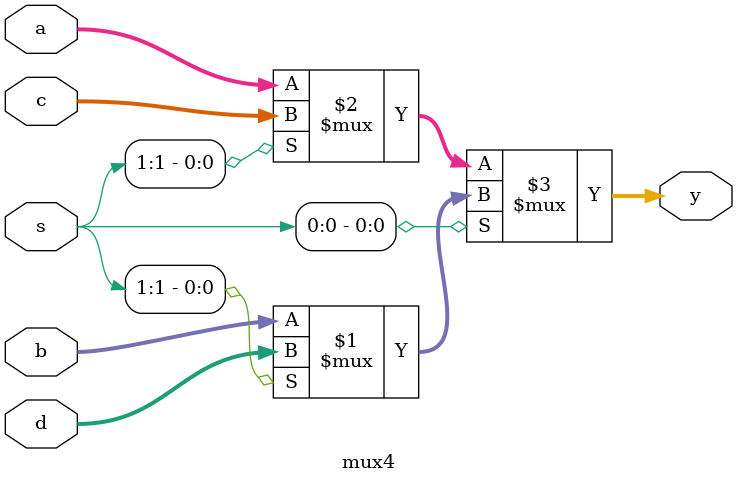
<source format=v>
`timescale 1ns / 1ps
module mux4 #(parameter width=4)
	(
    input [width-1:0] a,
    input [width-1:0] b,
	input [width-1:0] c,
    input [width-1:0] d,
    input [1:0] s,
    output [width-1:0] y
    );

assign	y=s[0]?(s[1]?d:b):(s[1]?c:a);
endmodule

</source>
